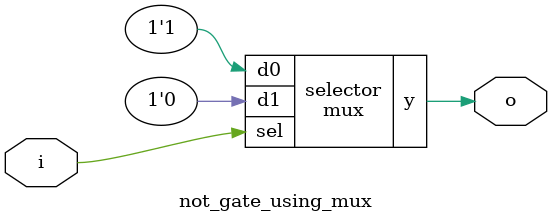
<source format=sv>

module mux
(
  input  d0, d1,
  input  sel,
  output y
);

  assign y = sel ? d1 : d0;

endmodule

//----------------------------------------------------------------------------
// Task
//----------------------------------------------------------------------------

module not_gate_using_mux
(
    input  i,
    output o
);

  // Task:
  // Implement not gate using instance(s) of mux,
  // constants 0 and 1, and wire connections
mux selector(
    .d0(1'b1),
    .d1(1'b0),
    .sel(i),
    .y(o)
  );

endmodule

</source>
